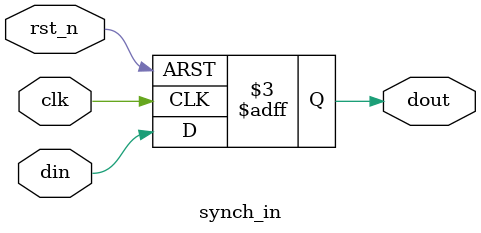
<source format=v>
module synch_in (
  input   wire          clk,
  input   wire          rst_n,
  input   wire          din,
  output  reg           dout
);

always @(posedge clk or negedge rst_n)
begin
  if (~rst_n)
    dout <= 0;
  else
  begin
    dout <= din;
  end
end

endmodule

</source>
